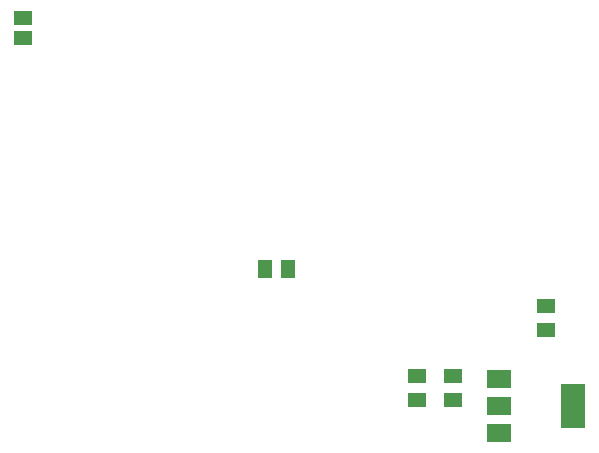
<source format=gtp>
G75*
%MOIN*%
%OFA0B0*%
%FSLAX24Y24*%
%IPPOS*%
%LPD*%
%AMOC8*
5,1,8,0,0,1.08239X$1,22.5*
%
%ADD10R,0.0512X0.0630*%
%ADD11R,0.0630X0.0512*%
%ADD12R,0.0591X0.0512*%
%ADD13R,0.0790X0.0590*%
%ADD14R,0.0790X0.1500*%
D10*
X013706Y007550D03*
X014494Y007550D03*
D11*
X018780Y003984D03*
X018780Y003196D03*
X019990Y003206D03*
X019990Y003994D03*
X023070Y005526D03*
X023070Y006314D03*
D12*
X005650Y015245D03*
X005650Y015915D03*
D13*
X021510Y003880D03*
X021510Y002980D03*
X021510Y002080D03*
D14*
X023990Y002990D03*
M02*

</source>
